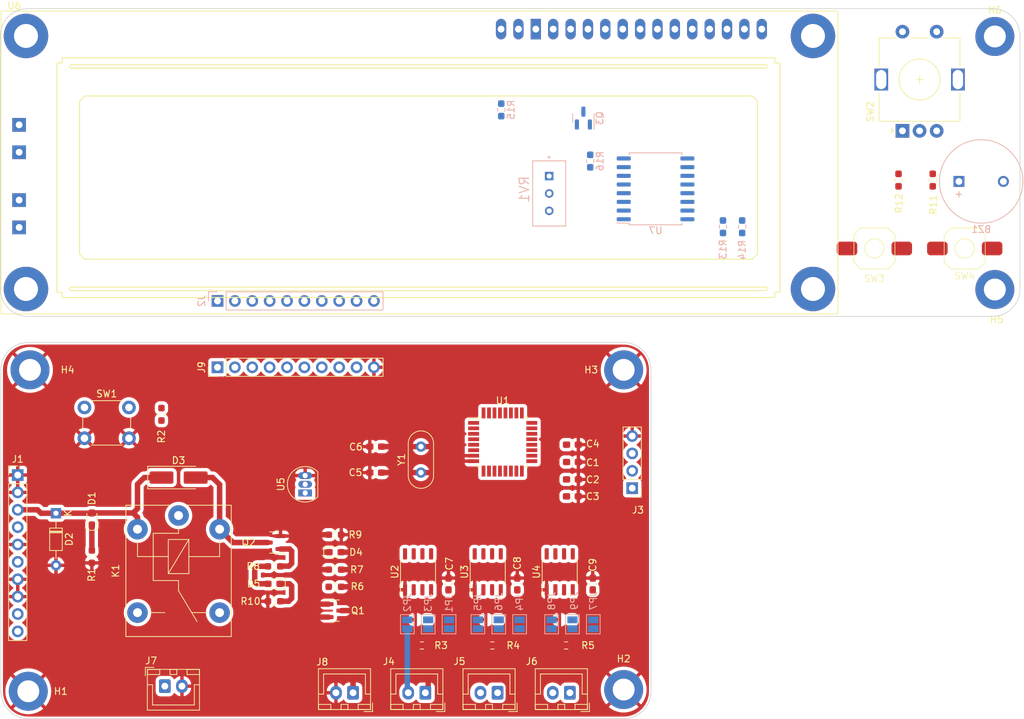
<source format=kicad_pcb>
(kicad_pcb (version 20221018) (generator pcbnew)
  (layers (0 "F.Cu" signal) (31 "B.Cu" signal) (34 "B.Paste" user) (35 "F.Paste" user) (36 "B.SilkS" user "B.Silkscreen") (37 "F.SilkS" user "F.Silkscreen") (38 "B.Mask" user) (39 "F.Mask" user) (44 "Edge.Cuts" user))
  (net 0 "")
  (net 1 "/MCU/BUZZ")
  (net 2 "GND")
  (net 3 "+5V")
  (net 4 "Net-(U1-AREF)")
  (net 5 "/MCU/XTAL2")
  (net 6 "/MCU/XTAL1")
  (net 7 "Net-(D4-K)")
  (net 8 "/MCU/SSR_Signal")
  (net 9 "Net-(D5-K)")
  (net 10 "/MCU/RELAY_S")
  (net 12 "VCC")
  (net 13 "/MCU/RX")
  (net 14 "/MCU/TX")
  (net 15 "/MCU/Temp0")
  (net 16 "/MCU/Temp1")
  (net 17 "Net-(J4-Pin_2)")
  (net 18 "/MCU/Temp2")
  (net 19 "Net-(J5-Pin_2)")
  (net 20 "Net-(J7-Pin_1)")
  (net 21 "/MCU/EN_SW")
  (net 22 "/MCU/EN_CLK")
  (net 23 "/MCU/EN_DT")
  (net 24 "/MCU/B1")
  (net 25 "/MCU/B2")
  (net 26 "/MCU/SCL")
  (net 27 "/MCU/SDA")
  (net 28 "Net-(JP2-B)")
  (net 29 "Net-(JP3-A)")
  (net 30 "Net-(JP5-B)")
  (net 31 "Net-(JP6-A)")
  (net 32 "Net-(JP8-B)")
  (net 33 "Net-(JP9-A)")
  (net 35 "Net-(Q1-B)")
  (net 36 "Net-(Q1-C)")
  (net 37 "Net-(Q2-B)")
  (net 38 "Net-(Q3-B)")
  (net 39 "Net-(Q3-C)")
  (net 40 "/MCU/RST")
  (net 41 "Net-(U6-K)")
  (net 42 "Net-(U7-P3)")
  (net 43 "Net-(U6-VO)")
  (net 44 "/MCU/SPI_CS0")
  (net 46 "/MCU/SPI_MISO")
  (net 47 "/MCU/SPI_SCK")
  (net 48 "/MCU/Temp_S")
  (net 49 "/MCU/SPI_CS1")
  (net 50 "/MCU/SPI_CS2")
  (net 51 "Net-(U6-RS)")
  (net 52 "Net-(U6-R{slash}~{W})")
  (net 53 "Net-(U6-E)")
  (net 58 "Net-(U6-DB4)")
  (net 59 "Net-(U6-DB5)")
  (net 60 "Net-(U6-DB6)")
  (net 61 "Net-(U6-DB7)")
  (net 67 "Net-(D1-K)")
  (net 68 "Net-(J6-Pin_2)")
  (net 69 "Net-(J8-Pin_1)")
  (net 70 "Net-(Q2-C)")
  (footprint "Display:LCD-016N002L" (layer "F.Cu") (at 153.875008 61.174992)
    (fp_text reference "U6")
    (fp_text value "LCD-016N002L" hide)
  )
  (footprint "MountingHole:MountingHole_3.2mm_M3_ISO7380_Pad" (layer "F.Cu") (at 166.71 157.75)
    (fp_text reference "H2")
    (fp_text value "MountingHole_Pad" hide)
  )
  (footprint "Resistor_SMD:R_0603_1608Metric_Pad0.98x0.95mm_HandSolder" (layer "F.Cu") (at 206.875008 83.249992 -90)
    (fp_text reference "R12")
    (fp_text value "10K" hide)
  )
  (footprint "LED_SMD:LED_0603_1608Metric_Pad1.05x0.95mm_HandSolder" (layer "F.Cu") (at 124.55 137.6594)
    (fp_text reference "D4")
    (fp_text value "LED" hide)
  )
  (footprint "Rotary_Encoder:RotaryEncoder_Alps_EC11E-Switch_Vertical_H20mm" (layer "F.Cu") (at 207.450008 76.049992 90)
    (fp_text reference "SW2")
    (fp_text value "RotaryEncoder_Switch" hide)
  )
  (footprint "Package_TO_SOT_SMD:SOT-23" (layer "F.Cu") (at 124.5275 146.20495)
    (fp_text reference "Q1")
    (fp_text value "MMBT3904" hide)
  )
  (footprint "MountingHole:MountingHole_3.2mm_M3_ISO7380_Pad" (layer "F.Cu") (at 166.71 111)
    (fp_text reference "H3")
    (fp_text value "MountingHole_Pad" hide)
  )
  (footprint "Connector_JST:JST_XH_B2B-XH-A_1x02_P2.50mm_Vertical" (layer "F.Cu") (at 127.168 158.216 180)
    (fp_text reference "J8")
    (fp_text value "SSR")
  )
  (footprint "Package_TO_SOT_THT:TO-92_Inline" (layer "F.Cu") (at 120.17 129 90)
    (fp_text reference "U5")
    (fp_text value "LM35-LP")
  )
  (footprint "Capacitor_SMD:C_0603_1608Metric_Pad1.08x0.95mm_HandSolder" (layer "F.Cu") (at 159.2275 121.9372 180)
    (fp_text reference "C4")
    (fp_text value "0.1u" hide)
  )
  (footprint "Capacitor_SMD:C_0603_1608Metric_Pad1.08x0.95mm_HandSolder" (layer "F.Cu") (at 162.1938 142.31065 90)
    (fp_text reference "C9")
    (fp_text value "0.1u" hide)
  )
  (footprint "Package_SO:SOP-8_3.9x4.9mm_P1.27mm" (layer "F.Cu") (at 146.8503 140.53265 90)
    (fp_text reference "U3")
    (fp_text value "MAX6675" hide)
  )
  (footprint "Resistor_SMD:R_0603_1608Metric_Pad0.98x0.95mm_HandSolder" (layer "F.Cu") (at 124.5275 142.7231 180)
    (fp_text reference "R6")
    (fp_text value "312R" hide)
  )
  (footprint "Resistor_SMD:R_0603_1608Metric_Pad0.98x0.95mm_HandSolder" (layer "F.Cu") (at 211.875008 83.249992 -90)
    (fp_text reference "R11")
    (fp_text value "10K" hide)
  )
  (footprint "Button_Switch_SMD:1TS009C-2400-5000-CT" (layer "F.Cu") (at 216.550008 93.249992)
    (fp_text reference "SW4")
    (fp_text value "B1" hide)
  )
  (footprint "Capacitor_SMD:C_0603_1608Metric_Pad1.08x0.95mm_HandSolder" (layer "F.Cu") (at 159.2275 124.4772 180)
    (fp_text reference "C1")
    (fp_text value "0.1u" hide)
  )
  (footprint "Capacitor_SMD:C_0603_1608Metric_Pad1.08x0.95mm_HandSolder" (layer "F.Cu") (at 159.2225 129.5 180)
    (fp_text reference "C3")
    (fp_text value "0.1u" hide)
  )
  (footprint "MountingHole:MountingHole_3.2mm_M3_ISO7380_Pad" (layer "F.Cu") (at 220.950008 62.249992)
    (fp_text reference "H6")
    (fp_text value "MountingHole_Pad" hide)
  )
  (footprint "Capacitor_SMD:C_0603_1608Metric_Pad1.08x0.95mm_HandSolder" (layer "F.Cu") (at 130.481 122.225 180)
    (fp_text reference "C6")
    (fp_text value "22p" hide)
  )
  (footprint "LED_SMD:LED_0603_1608Metric_Pad1.05x0.95mm_HandSolder" (layer "F.Cu") (at 89 132.8 90)
    (fp_text reference "D1")
    (fp_text value "LED" hide)
  )
  (footprint "Connector_JST:JST_XH_B2B-XH-A_1x02_P2.50mm_Vertical" (layer "F.Cu") (at 148.290532 158.216 180)
    (fp_text reference "J5")
    (fp_text value "THRM_1")
  )
  (footprint "Crystal:Crystal_HC52-8mm_Vertical" (layer "F.Cu") (at 137.085 126.025 90)
    (fp_text reference "Y1")
    (fp_text value "Crystal" hide)
  )
  (footprint "MountingHole:MountingHole_3.2mm_M3_ISO7380_Pad" (layer "F.Cu") (at 79.96 111)
    (fp_text reference "H4")
    (fp_text value "MountingHole_Pad" hide)
  )
  (footprint "Capacitor_SMD:C_0603_1608Metric_Pad1.08x0.95mm_HandSolder" (layer "F.Cu") (at 151.1683 142.31065 90)
    (fp_text reference "C8")
    (fp_text value "0.1u" hide)
  )
  (footprint "Package_SO:SOP-8_3.9x4.9mm_P1.27mm" (layer "F.Cu") (at 136.6668 140.53265 90)
    (fp_text reference "U2")
    (fp_text value "MAX6675" hide)
  )
  (footprint "Relay_THT:Relay_SPDT_Finder_36.11" (layer "F.Cu") (at 101.67 132.3 -90)
    (fp_text reference "K1")
    (fp_text value "FINDER-36.11" hide)
  )
  (footprint "Connector_PinHeader_2.54mm:PinHeader_1x04_P2.54mm_Vertical" (layer "F.Cu") (at 167.96 128.3 180)
    (fp_text reference "J3")
    (fp_text value "UART")
  )
  (footprint "Package_SO:SOP-8_3.9x4.9mm_P1.27mm" (layer "F.Cu") (at 157.3678 140.53265 90)
    (fp_text reference "U4")
    (fp_text value "MAX6675" hide)
  )
  (footprint "Diode_THT:D_DO-34_SOD68_P7.62mm_Horizontal" (layer "F.Cu") (at 83.758 131.963 -90)
    (fp_text reference "D2")
    (fp_text value "5V")
  )
  (footprint "Resistor_SMD:R_0603_1608Metric_Pad0.98x0.95mm_HandSolder" (layer "F.Cu") (at 115.6325 139.73185)
    (fp_text reference "R8")
    (fp_text value "1.8K" hide)
  )
  (footprint "Connector_JST:JST_XH_B2B-XH-A_1x02_P2.50mm_Vertical" (layer "F.Cu") (at 99.668 157.25)
    (fp_text reference "J7")
    (fp_text value "FAN")
  )
  (footprint "Capacitor_SMD:C_0603_1608Metric_Pad1.08x0.95mm_HandSolder" (layer "F.Cu") (at 130.481 126.025 180)
    (fp_text reference "C5")
    (fp_text value "22p" hide)
  )
  (footprint "Resistor_SMD:R_0603_1608Metric_Pad0.98x0.95mm_HandSolder" (layer "F.Cu") (at 124.5275 135.10755 180)
    (fp_text reference "R9")
    (fp_text value "200R" hide)
  )
  (footprint "Connector_PinHeader_2.54mm:PinHeader_1x10_P2.54mm_Vertical" (layer "F.Cu") (at 78.17 126.38)
    (fp_text reference "J1")
    (fp_text value "Power Supply")
  )
  (footprint "Capacitor_SMD:C_0603_1608Metric_Pad1.08x0.95mm_HandSolder" (layer "F.Cu") (at 159.2275 127.0172 180)
    (fp_text reference "C2")
    (fp_text value "0.1u" hide)
  )
  (footprint "Resistor_SMD:R_0603_1608Metric_Pad0.98x0.95mm_HandSolder" (layer "F.Cu") (at 89 138.318 -90)
    (fp_text reference "R1")
    (fp_text value "330R" hide)
  )
  (footprint "Button_Switch_SMD:1TS009C-2400-5000-CT" (layer "F.Cu") (at 203.350008 93.249992)
    (fp_text reference "SW3")
    (fp_text value "B2" hide)
  )
  (footprint "Button_Switch_THT:SW_PUSH_6mm_H5mm" (layer "F.Cu") (at 87.92 116.5)
    (fp_text reference "SW1")
    (fp_text value "RST")
  )
  (footprint "Resistor_SMD:R_0603_1608Metric_Pad0.98x0.95mm_HandSolder" (layer "F.Cu") (at 137.2345 151.3 180)
    (fp_text reference "R3")
    (fp_text value "10K" hide)
  )
  (footprint "Resistor_SMD:R_0603_1608Metric_Pad0.98x0.95mm_HandSolder" (layer "F.Cu") (at 99.17 117.5 90)
    (fp_text reference "R2")
    (fp_text value "10K" hide)
  )
  (footprint "Resistor_SMD:R_0603_1608Metric_Pad0.98x0.95mm_HandSolder" (layer "F.Cu") (at 147.5285 151.3 180)
    (fp_text reference "R4")
    (fp_text value "10K" hide)
  )
  (footprint "LED_SMD:LED_0603_1608Metric_Pad1.05x0.95mm_HandSolder" (layer "F.Cu") (at 115.61 142.2837 180)
    (fp_text reference "D5")
    (fp_text value "LED" hide)
  )
  (footprint "Resistor_SMD:R_0603_1608Metric_Pad0.98x0.95mm_HandSolder" (layer "F.Cu") (at 115.6325 144.83555)
    (fp_text reference "R10")
    (fp_text value "200R" hide)
  )
  (footprint "Connector_PinHeader_2.54mm:PinHeader_1x10_P2.54mm_Vertical" (layer "F.Cu") (at 107.36 110.625 90)
    (fp_text reference "J9")
    (fp_text value "Conn_01x10")
  )
  (footprint "Connector_JST:JST_XH_B2B-XH-A_1x02_P2.50mm_Vertical" (layer "F.Cu") (at 137.729266 158.216 180)
    (fp_text reference "J4")
    (fp_text value "THRM_0")
  )
  (footprint "Resistor_SMD:R_0603_1608Metric_Pad0.98x0.95mm_HandSolder" (layer "F.Cu") (at 124.5275 140.21125 180)
    (fp_text reference "R7")
    (fp_text value "16.16K" hide)
  )
  (footprint "Capacitor_SMD:C_0603_1608Metric_Pad1.08x0.95mm_HandSolder" (layer "F.Cu") (at 141.1118 142.31065 90)
    (fp_text reference "C7")
    (fp_text value "0.1u" hide)
  )
  (footprint "MountingHole:MountingHole_3.2mm_M3_ISO7380_Pad" (layer "F.Cu") (at 220.950008 99.249992)
    (fp_text reference "H5")
    (fp_text value "MountingHole_Pad" hide)
  )
  (footprint "Diode_SMD:D_SMA_Handsoldering" (layer "F.Cu") (at 101.67 126.75)
    (fp_text reference "D3")
    (fp_text value "RS3A" hide)
  )
  (footprint "Connector_JST:JST_XH_B2B-XH-A_1x02_P2.50mm_Vertical" (layer "F.Cu") (at 158.8518 158.216 180)
    (fp_text reference "J6")
    (fp_text value "THRM_2")
  )
  (footprint "MountingHole:MountingHole_3.2mm_M3_ISO7380_Pad" (layer "F.Cu") (at 79.71 158)
    (fp_text reference "H1")
    (fp_text value "MountingHole_Pad" hide)
  )
  (footprint "Package_QFP:TQFP-32_7x7mm_P0.8mm" (layer "F.Cu") (at 149.035 121.55)
    (fp_text reference "U1")
    (fp_text value "ATmega328P-A")
  )
  (footprint "Package_TO_SOT_SMD:SOT-23" (layer "F.Cu") (at 115.6325 136.25 180)
    (fp_text reference "Q2")
    (fp_text value "MMBT3904" hide)
  )
  (footprint "Resistor_SMD:R_0603_1608Metric_Pad0.98x0.95mm_HandSolder" (layer "F.Cu") (at 158.3 151.3 180)
    (fp_text reference "R5")
    (fp_text value "10K" hide)
  )
  (footprint "Resistor_SMD:R_0603_1608Metric_Pad0.98x0.95mm_HandSolder" (layer "B.Cu") (at 181.225008 90.069992 -90)
    (fp_text reference "R13")
    (fp_text value "10K" hide)
  )
  (footprint "Jumper:SolderJumper-2_P1.3mm_Open_Pad1.0x1.5mm" (layer "B.Cu") (at 141.196 148.2 90)
    (fp_text reference "JP1")
    (fp_text value "Jumper_2_Open" hide)
  )
  (footprint "Jumper:SolderJumper-2_P1.3mm_Open_Pad1.0x1.5mm" (layer "B.Cu") (at 151.5065 148.2 90)
    (fp_text reference "JP4")
    (fp_text value "Jumper_2_Open" hide)
  )
  (footprint "Jumper:SolderJumper-2_P1.3mm_Open_Pad1.0x1.5mm" (layer "B.Cu") (at 162.278 148.2 90)
    (fp_text reference "JP7")
    (fp_text value "Jumper_2_Open" hide)
  )
  (footprint "Package_SO:SOIC-16W_7.5x10.3mm_P1.27mm" (layer "B.Cu") (at 171.375008 84.532492)
    (fp_text reference "U7")
    (fp_text value "PCF8574")
  )
  (footprint "Resistor_SMD:R_0603_1608Metric_Pad0.98x0.95mm_HandSolder" (layer "B.Cu") (at 184.025008 90.069992 -90)
    (fp_text reference "R14")
    (fp_text value "10K" hide)
  )
  (footprint "Jumper:SolderJumper-2_P1.3mm_Open_Pad1.0x1.5mm" (layer "B.Cu") (at 135.1 148.2 90)
    (fp_text reference "JP2")
    (fp_text value "Jumper_2_Open" hide)
  )
  (footprint "Package_TO_SOT_SMD:SOT-23" (layer "B.Cu") (at 160.825008 74.182492 90)
    (fp_text reference "Q3")
    (fp_text value "MMBT3904")
  )
  (footprint "Buzzer_Beeper:MagneticBuzzer_ProSignal_ABT-410-RC" (layer "B.Cu") (at 215.700008 83.449992)
    (fp_text reference "BZ1")
    (fp_text value "Buzzer" hide)
  )
  (footprint "Resistor_SMD:R_0603_1608Metric_Pad0.98x0.95mm_HandSolder" (layer "B.Cu") (at 148.825008 72.982492 90)
    (fp_text reference "R15")
    (fp_text value "93.75R" hide)
  )
  (footprint "Jumper:SolderJumper-2_P1.3mm_Open_Pad1.0x1.5mm" (layer "B.Cu") (at 148.4585 148.2 -90)
    (fp_text reference "JP6")
    (fp_text value "Jumper_2_Open" hide)
  )
  (footprint "Jumper:SolderJumper-2_P1.3mm_Open_Pad1.0x1.5mm" (layer "B.Cu") (at 159.23 148.2 -90)
    (fp_text reference "JP9")
    (fp_text value "Jumper_2_Open" hide)
  )
  (footprint "Jumper:SolderJumper-2_P1.3mm_Open_Pad1.0x1.5mm" (layer "B.Cu") (at 138.148 148.2 -90)
    (fp_text reference "JP3")
    (fp_text value "Jumper_2_Open" hide)
  )
  (footprint "Connector_PinHeader_2.54mm:PinHeader_1x10_P2.54mm_Vertical" (layer "B.Cu") (at 107.36 100.924992 -90)
    (fp_text reference "J2")
    (fp_text value "Conn_01x10")
  )
  (footprint "Jumper:SolderJumper-2_P1.3mm_Open_Pad1.0x1.5mm" (layer "B.Cu") (at 156.182 148.2 90)
    (fp_text reference "JP8")
    (fp_text value "Jumper_2_Open" hide)
  )
  (footprint "Resistor_SMD:R_0603_1608Metric_Pad0.98x0.95mm_HandSolder" (layer "B.Cu") (at 161.825008 80.469992 90)
    (fp_text reference "R16")
    (fp_text value "16.16K" hide)
  )
  (footprint "Jumper:SolderJumper-2_P1.3mm_Open_Pad1.0x1.5mm" (layer "B.Cu") (at 145.4105 148.2 90)
    (fp_text reference "JP5")
    (fp_text value "Jumper_2_Open" hide)
  )
  (footprint "Potentiometer_THT:TRIM_3296-W" (layer "B.Cu") (at 155.830008 82.667492 -90)
    (fp_text reference "RV1")
    (fp_text value "1K")
  )
  (gr_line (start 166.71 107) (end 79.71 107) (stroke (width 0.1)) (layer "Edge.Cuts"))
  (gr_line (start 79.628435 58.178419) (end 220.621581 58.178419) (stroke (width 0.1)) (layer "Edge.Cuts"))
  (gr_line (start 170.71 158) (end 170.71 111) (stroke (width 0.1)) (layer "Edge.Cuts"))
  (gr_arc (start 79.71 162) (mid 76.881573 160.828427) (end 75.71 158) (stroke (width 0.1)) (layer "Edge.Cuts"))
  (gr_arc (start 170.71 158) (mid 169.538427 160.828427) (end 166.71 162) (stroke (width 0.1)) (layer "Edge.Cuts"))
  (gr_arc (start 220.621581 58.178419) (mid 223.450016 59.349984) (end 224.621581 62.178419) (stroke (width 0.1)) (layer "Edge.Cuts"))
  (gr_line (start 79.71 162) (end 166.71 162) (stroke (width 0.1)) (layer "Edge.Cuts"))
  (gr_arc (start 79.628435 103.171565) (mid 76.8 102) (end 75.628435 99.171565) (stroke (width 0.1)) (layer "Edge.Cuts"))
  (gr_arc (start 75.71 111) (mid 76.881573 108.171573) (end 79.71 107) (stroke (width 0.1)) (layer "Edge.Cuts"))
  (gr_arc (start 224.621581 99.171565) (mid 223.450016 102) (end 220.621581 103.171565) (stroke (width 0.1)) (layer "Edge.Cuts"))
  (gr_arc (start 75.628435 62.178419) (mid 76.800009 59.349993) (end 79.628435 58.178419) (stroke (width 0.1)) (layer "Edge.Cuts"))
  (gr_line (start 75.628435 99.171565) (end 75.628435 62.178419) (stroke (width 0.1)) (layer "Edge.Cuts"))
  (gr_line (start 224.621581 99.171565) (end 224.621581 62.178419) (stroke (width 0.1)) (layer "Edge.Cuts"))
  (gr_arc (start 166.71 107) (mid 169.538427 108.171573) (end 170.71 111) (stroke (width 0.1)) (layer "Edge.Cuts"))
  (gr_line (start 220.621581 103.171565) (end 79.628435 103.171565) (stroke (width 0.1)) (layer "Edge.Cuts"))
  (gr_line (start 75.71 111) (end 75.71 158) (stroke (width 0.1)) (layer "Edge.Cuts"))
  (segment (start 95.045 131.925) (end 95.67 131.3) (width 0.8) (layer "F.Cu") (net 3))
  (segment (start 95.67 127.73) (end 95.67 131.3) (width 0.8) (layer "F.Cu") (net 3))
  (segment (start 81.563 131.963) (end 81.06 131.46) (width 0.8) (layer "F.Cu") (net 3))
  (segment (start 96.65 126.75) (end 95.67 127.73) (width 0.8) (layer "F.Cu") (net 3))
  (segment (start 78.17 131.46) (end 81.06 131.46) (width 0.8) (layer "F.Cu") (net 3))
  (segment (start 95.67 132.55) (end 95.045 131.925) (width 0.8) (layer "F.Cu") (net 3))
  (segment (start 88.962 131.963) (end 89 131.925) (width 0.8) (layer "F.Cu") (net 3))
  (segment (start 89 131.925) (end 95.045 131.925) (width 0.8) (layer "F.Cu") (net 3))
  (segment (start 95.67 134.3) (end 95.67 132.55) (width 0.8) (layer "F.Cu") (net 3))
  (segment (start 83.758 131.963) (end 81.563 131.963) (width 0.8) (layer "F.Cu") (net 3))
  (segment (start 99.17 126.75) (end 96.65 126.75) (width 0.8) (layer "F.Cu") (net 3))
  (segment (start 83.758 131.963) (end 88.962 131.963) (width 0.8) (layer "F.Cu") (net 3))
  (segment (start 141.15 124.35) (end 144.785 124.35) (width 0.5) (layer "F.Cu") (net 5))
  (segment (start 139.475 126.025) (end 137.085 126.025) (width 0.8) (layer "F.Cu") (net 5))
  (segment (start 141 124.5) (end 141.15 124.35) (width 0.5) (layer "F.Cu") (net 5))
  (segment (start 131.3435 126.025) (end 137.085 126.025) (width 0.8) (layer "F.Cu") (net 5))
  (segment (start 141 124.5) (end 139.475 126.025) (width 0.8) (layer "F.Cu") (net 5))
  (segment (start 140.9 123.4) (end 139.725 122.225) (width 0.8) (layer "F.Cu") (net 6))
  (segment (start 131.3435 122.225) (end 137.085 122.225) (width 0.8) (layer "F.Cu") (net 6))
  (segment (start 141.05 123.55) (end 144.785 123.55) (width 0.5) (layer "F.Cu") (net 6))
  (segment (start 139.725 122.225) (end 137.085 122.225) (width 0.8) (layer "F.Cu") (net 6))
  (segment (start 140.9 123.4) (end 141.05 123.55) (width 0.5) (layer "F.Cu") (net 6))
  (segment (start 123.675 137.6594) (end 121.1594 137.6594) (width 0.8) (layer "F.Cu") (net 7))
  (segment (start 120.6 137.1) (end 120.6 135.7) (width 0.8) (layer "F.Cu") (net 7))
  (segment (start 121.1594 137.6594) (end 120.6 137.1) (width 0.8) (layer "F.Cu") (net 7))
  (segment (start 120.6 135.7) (end 121.19245 135.10755) (width 0.8) (layer "F.Cu") (net 7))
  (segment (start 121.19245 135.10755) (end 123.615 135.10755) (width 0.8) (layer "F.Cu") (net 7))
  (segment (start 127.7 139.8) (end 127.7 138.2) (width 0.8) (layer "F.Cu") (net 8))
  (segment (start 127.1594 137.6594) (end 125.425 137.6594) (width 0.8) (layer "F.Cu") (net 8))
  (segment (start 127.28875 140.21125) (end 127.7 139.8) (width 0.8) (layer "F.Cu") (net 8))
  (segment (start 125.44 140.21125) (end 127.28875 140.21125) (width 0.8) (layer "F.Cu") (net 8))
  (segment (start 127.7 138.2) (end 127.1594 137.6594) (width 0.8) (layer "F.Cu") (net 8))
  (segment (start 117.8837 142.2837) (end 118.2 142.6) (width 0.8) (layer "F.Cu") (net 9))
  (segment (start 116.485 142.2837) (end 117.8837 142.2837) (width 0.8) (layer "F.Cu") (net 9))
  (segment (start 118.2 144.4) (end 117.76445 144.83555) (width 0.8) (layer "F.Cu") (net 9))
  (segment (start 117.76445 144.83555) (end 116.545 144.83555) (width 0.8) (layer "F.Cu") (net 9))
  (segment (start 118.2 142.6) (end 118.2 144.4) (width 0.8) (layer "F.Cu") (net 9))
  (segment (start 113.16815 139.73185) (end 112.8 140.1) (width 0.8) (layer "F.Cu") (net 10))
  (segment (start 112.8 142) (end 113.0837 142.2837) (width 0.8) (layer "F.Cu") (net 10))
  (segment (start 112.8 140.1) (end 112.8 142) (width 0.8) (layer "F.Cu") (net 10))
  (segment (start 114.72 139.73185) (end 113.16815 139.73185) (width 0.8) (layer "F.Cu") (net 10))
  (segment (start 114.735 139.74685) (end 114.72 139.73185) (width 0.8) (layer "F.Cu") (net 10))
  (segment (start 113.0837 142.2837) (end 114.735 142.2837) (width 0.8) (layer "F.Cu") (net 10))
  (segment (start 138.147 157.798266) (end 137.729266 158.216) (width 0.8) (layer "F.Cu") (net 15))
  (segment (start 138.147 151.3) (end 138.147 157.798266) (width 0.8) (layer "F.Cu") (net 15))
  (segment (start 135.1 148.85) (end 135.1 158.086734) (width 0.8) (layer "B.Cu") (net 17))
  (segment (start 135.1 158.086734) (end 135.229266 158.216) (width 0.8) (layer "B.Cu") (net 17))
  (segment (start 120.5 144.5) (end 120.5 141) (width 0.8) (layer "F.Cu") (net 35))
  (segment (start 123.59 145.25495) (end 121.25495 145.25495) (width 0.8) (layer "F.Cu") (net 35))
  (segment (start 121.25495 145.25495) (end 120.5 144.5) (width 0.8) (layer "F.Cu") (net 35))
  (segment (start 121.28875 140.21125) (end 123.615 140.21125) (width 0.8) (layer "F.Cu") (net 35))
  (segment (start 120.5 141) (end 121.28875 140.21125) (width 0.8) (layer "F.Cu") (net 35))
  (segment (start 129.5 145.5) (end 128.79505 146.20495) (width 0.8) (layer "F.Cu") (net 36))
  (segment (start 129.5 143.5) (end 129.5 145.5) (width 0.8) (layer "F.Cu") (net 36))
  (segment (start 128.79505 146.20495) (end 125.465 146.20495) (width 0.8) (layer "F.Cu") (net 36))
  (segment (start 125.44 142.7231) (end 128.7231 142.7231) (width 0.8) (layer "F.Cu") (net 36))
  (segment (start 128.7231 142.7231) (end 129.5 143.5) (width 0.8) (layer "F.Cu") (net 36))
  (segment (start 118.2 139.3) (end 117.8 139.7) (width 0.8) (layer "F.Cu") (net 37))
  (segment (start 117.8 139.7) (end 116.57685 139.7) (width 0.8) (layer "F.Cu") (net 37))
  (segment (start 118.2 137.5) (end 118.2 139.3) (width 0.8) (layer "F.Cu") (net 37))
  (segment (start 116.57685 139.7) (end 116.545 139.73185) (width 0.8) (layer "F.Cu") (net 37))
  (segment (start 116.57 137.2) (end 117.9 137.2) (width 0.8) (layer "F.Cu") (net 37))
  (segment (start 117.9 137.2) (end 118.2 137.5) (width 0.8) (layer "F.Cu") (net 37))
  (segment (start 89 133.675) (end 89 137.4055) (width 0.8) (layer "F.Cu") (net 67))
  (segment (start 126.5 152.5) (end 120.75 152.5) (width 0.8) (layer "F.Cu") (net 69))
  (segment (start 127.168 153.168) (end 126.5 152.5) (width 0.8) (layer "F.Cu") (net 69))
  (segment (start 120.59505 147.15495) (end 119.75 148) (width 0.8) (layer "F.Cu") (net 69))
  (segment (start 119.75 148) (end 119.75 151.5) (width 0.8) (layer "F.Cu") (net 69))
  (segment (start 127.168 158.216) (end 127.168 153.168) (width 0.8) (layer "F.Cu") (net 69))
  (segment (start 120.75 152.5) (end 119.75 151.5) (width 0.8) (layer "F.Cu") (net 69))
  (segment (start 123.59 147.15495) (end 120.59505 147.15495) (width 0.8) (layer "F.Cu") (net 69))
  (segment (start 107.67 127.77) (end 106.65 126.75) (width 0.8) (layer "F.Cu") (net 70))
  (segment (start 107.67 134.3) (end 107.67 127.77) (width 0.8) (layer "F.Cu") (net 70))
  (segment (start 114.695 136.25) (end 109.62 136.25) (width 0.8) (layer "F.Cu") (net 70))
  (segment (start 106.65 126.75) (end 104.17 126.75) (width 0.8) (layer "F.Cu") (net 70))
  (segment (start 109.62 136.25) (end 107.67 134.3) (width 0.8) (layer "F.Cu") (net 70))
  (zone (net 2) (net_name "GND") (layer "F.Cu") (connect_pads (clearance 0.5)) (min_thickness 0.25) (fill yes (thermal_gap 0.5) (thermal_bridge_width 0.5))
    (polygon (pts (xy 75.75 162) (xy 75.75 107) (xy 170.75 107) (xy 170.75 162)))
  )
)
</source>
